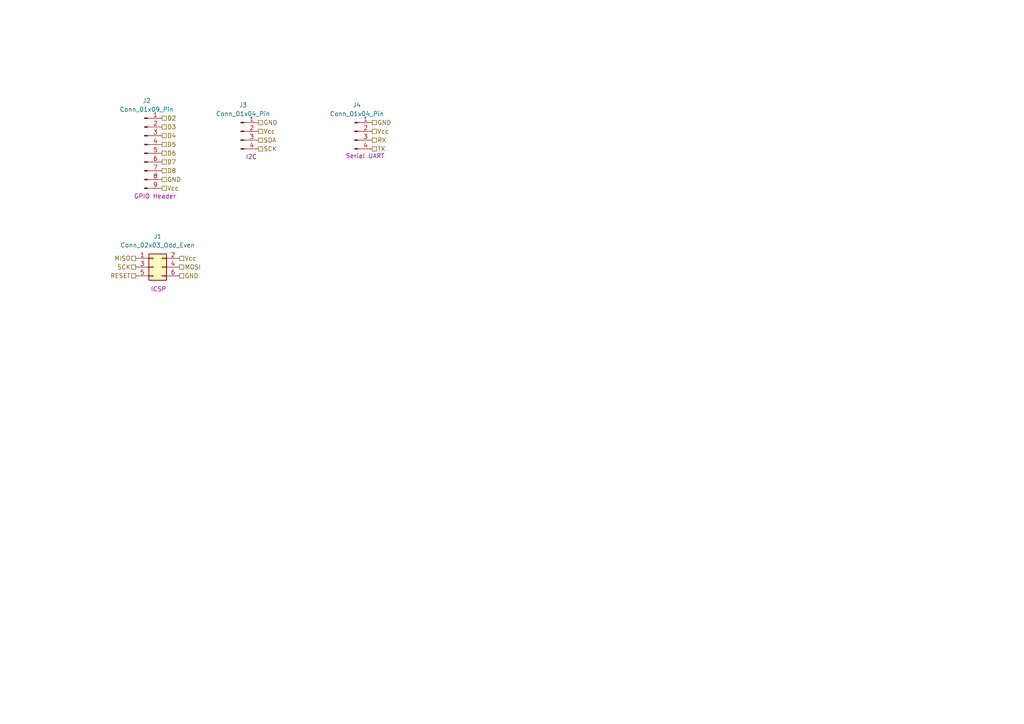
<source format=kicad_sch>
(kicad_sch (version 20250114) (generator "eeschema") (generator_version "9.0")
  (paper "A4")
  (lib_symbols
    (symbol "Connector:Conn_01x04_Pin" (pin_names (offset 1.016) (hide yes))
      (property "Reference" "J" (at 0 5.08 0))
      (property "Value" "Conn_01x04_Pin" (at 0 -7.62 0))
      (symbol "Conn_01x04_Pin_1_1"
        (rectangle (start 0.8636 2.667) (end 0 2.413) (stroke (width 0.1524)) (fill (type outline)))
        (rectangle (start 0.8636 0.127) (end 0 -0.127) (stroke (width 0.1524)) (fill (type outline)))
        (rectangle (start 0.8636 -2.413) (end 0 -2.667) (stroke (width 0.1524)) (fill (type outline)))
        (rectangle (start 0.8636 -4.953) (end 0 -5.207) (stroke (width 0.1524)) (fill (type outline)))
        (polyline (pts (xy 1.27 2.54) (xy 0.8636 2.54)) (stroke (width 0.1524)))
        (polyline (pts (xy 1.27 0) (xy 0.8636 0)) (stroke (width 0.1524)))
        (polyline (pts (xy 1.27 -2.54) (xy 0.8636 -2.54)) (stroke (width 0.1524)))
        (polyline (pts (xy 1.27 -5.08) (xy 0.8636 -5.08)) (stroke (width 0.1524)))
        (pin passive line (at 5.08 2.54 180) (length 3.81) (name "Pin_1") (number "1"))
        (pin passive line (at 5.08 0 180) (length 3.81) (name "Pin_2") (number "2"))
        (pin passive line (at 5.08 -2.54 180) (length 3.81) (name "Pin_3") (number "3"))
        (pin passive line (at 5.08 -5.08 180) (length 3.81) (name "Pin_4") (number "4"))
      )
    )
    (symbol "Connector:Conn_01x09_Pin" (pin_names (offset 1.016) (hide yes))
      (property "Reference" "J" (at 0 12.7 0))
      (property "Value" "Conn_01x09_Pin" (at 0 -12.7 0))
      (symbol "Conn_01x09_Pin_1_1"
        (rectangle (start 0.8636 10.287) (end 0 10.033) (stroke (width 0.1524)) (fill (type outline)))
        (rectangle (start 0.8636 7.747) (end 0 7.493) (stroke (width 0.1524)) (fill (type outline)))
        (rectangle (start 0.8636 5.207) (end 0 4.953) (stroke (width 0.1524)) (fill (type outline)))
        (rectangle (start 0.8636 2.667) (end 0 2.413) (stroke (width 0.1524)) (fill (type outline)))
        (rectangle (start 0.8636 0.127) (end 0 -0.127) (stroke (width 0.1524)) (fill (type outline)))
        (rectangle (start 0.8636 -2.413) (end 0 -2.667) (stroke (width 0.1524)) (fill (type outline)))
        (rectangle (start 0.8636 -4.953) (end 0 -5.207) (stroke (width 0.1524)) (fill (type outline)))
        (rectangle (start 0.8636 -7.493) (end 0 -7.747) (stroke (width 0.1524)) (fill (type outline)))
        (rectangle (start 0.8636 -10.033) (end 0 -10.287) (stroke (width 0.1524)) (fill (type outline)))
        (polyline (pts (xy 1.27 10.16) (xy 0.8636 10.16)) (stroke (width 0.1524)))
        (polyline (pts (xy 1.27 7.62) (xy 0.8636 7.62)) (stroke (width 0.1524)))
        (polyline (pts (xy 1.27 5.08) (xy 0.8636 5.08)) (stroke (width 0.1524)))
        (polyline (pts (xy 1.27 2.54) (xy 0.8636 2.54)) (stroke (width 0.1524)))
        (polyline (pts (xy 1.27 0) (xy 0.8636 0)) (stroke (width 0.1524)))
        (polyline (pts (xy 1.27 -2.54) (xy 0.8636 -2.54)) (stroke (width 0.1524)))
        (polyline (pts (xy 1.27 -5.08) (xy 0.8636 -5.08)) (stroke (width 0.1524)))
        (polyline (pts (xy 1.27 -7.62) (xy 0.8636 -7.62)) (stroke (width 0.1524)))
        (polyline (pts (xy 1.27 -10.16) (xy 0.8636 -10.16)) (stroke (width 0.1524)))
        (pin passive line (at 5.08 10.16 180) (length 3.81) (name "Pin_1") (number "1"))
        (pin passive line (at 5.08 7.62 180) (length 3.81) (name "Pin_2") (number "2"))
        (pin passive line (at 5.08 5.08 180) (length 3.81) (name "Pin_3") (number "3"))
        (pin passive line (at 5.08 2.54 180) (length 3.81) (name "Pin_4") (number "4"))
        (pin passive line (at 5.08 0 180) (length 3.81) (name "Pin_5") (number "5"))
        (pin passive line (at 5.08 -2.54 180) (length 3.81) (name "Pin_6") (number "6"))
        (pin passive line (at 5.08 -5.08 180) (length 3.81) (name "Pin_7") (number "7"))
        (pin passive line (at 5.08 -7.62 180) (length 3.81) (name "Pin_8") (number "8"))
        (pin passive line (at 5.08 -10.16 180) (length 3.81) (name "Pin_9") (number "9"))
      )
    )
    (symbol "Connector_Generic:Conn_02x03_Odd_Even" (pin_names (offset 1.016) (hide yes))
      (property "Reference" "J" (at 1.27 5.08 0))
      (property "Value" "Conn_02x03_Odd_Even" (at 1.27 -5.08 0))
      (symbol "Conn_02x03_Odd_Even_1_1"
        (rectangle (start -1.27 3.81) (end 3.81 -3.81) (stroke (width 0.254)) (fill (type background)))
        (rectangle (start -1.27 2.667) (end 0 2.413) (stroke (width 0.1524)))
        (rectangle (start -1.27 0.127) (end 0 -0.127) (stroke (width 0.1524)))
        (rectangle (start -1.27 -2.413) (end 0 -2.667) (stroke (width 0.1524)))
        (rectangle (start 3.81 2.667) (end 2.54 2.413) (stroke (width 0.1524)))
        (rectangle (start 3.81 0.127) (end 2.54 -0.127) (stroke (width 0.1524)))
        (rectangle (start 3.81 -2.413) (end 2.54 -2.667) (stroke (width 0.1524)))
        (pin passive line (at -5.08 2.54 0) (length 3.81) (name "Pin_1") (number "1"))
        (pin passive line (at -5.08 0 0) (length 3.81) (name "Pin_3") (number "3"))
        (pin passive line (at -5.08 -2.54 0) (length 3.81) (name "Pin_5") (number "5"))
        (pin passive line (at 7.62 2.54 180) (length 3.81) (name "Pin_2") (number "2"))
        (pin passive line (at 7.62 0 180) (length 3.81) (name "Pin_4") (number "4"))
        (pin passive line (at 7.62 -2.54 180) (length 3.81) (name "Pin_6") (number "6"))
      )
    )
  )
  (hierarchical_label "D4" (shape passive) (at 46.99 39.37 0))
  (hierarchical_label "Vcc" (shape passive) (at 74.93 38.1 0))
  (hierarchical_label "MOSI" (shape passive) (at 52.07 77.47 0))
  (hierarchical_label "SDA" (shape passive) (at 74.93 40.64 0))
  (hierarchical_label "D2" (shape passive) (at 46.99 34.29 0))
  (hierarchical_label "D6" (shape passive) (at 46.99 44.45 0))
  (hierarchical_label "D8" (shape passive) (at 46.99 49.53 0))
  (hierarchical_label "RESET" (shape passive) (at 39.37 80.01 180))
  (hierarchical_label "GND" (shape passive) (at 74.93 35.56 0))
  (hierarchical_label "MISO" (shape passive) (at 39.37 74.93 180))
  (hierarchical_label "D5" (shape passive) (at 46.99 41.91 0))
  (hierarchical_label "GND" (shape passive) (at 46.99 52.07 0))
  (hierarchical_label "D3" (shape passive) (at 46.99 36.83 0))
  (hierarchical_label "GND" (shape passive) (at 52.07 80.01 0))
  (hierarchical_label "SCK" (shape passive) (at 39.37 77.47 180))
  (hierarchical_label "GND" (shape passive) (at 107.95 35.56 0))
  (hierarchical_label "Vcc" (shape passive) (at 107.95 38.1 0))
  (hierarchical_label "Vcc" (shape passive) (at 46.99 54.61 0))
  (hierarchical_label "RX" (shape passive) (at 107.95 40.64 0))
  (hierarchical_label "TX" (shape passive) (at 107.95 43.18 0))
  (hierarchical_label "D7" (shape passive) (at 46.99 46.99 0))
  (hierarchical_label "Vcc" (shape passive) (at 52.07 74.93 0))
  (hierarchical_label "SCK" (shape passive) (at 74.93 43.18 0))
  (symbol (lib_id "Connector_Generic:Conn_02x03_Odd_Even") (at 44.45 77.47 0) (unit 1)
    (property "Reference" "J1" (at 45.72 68.58 0))
    (property "Value" "Conn_02x03_Odd_Even" (at 45.72 71.12 0))
    (property "Footprint" "Connector_PinHeader_2.54mm:PinHeader_2x03_P2.54mm_Vertical" (effects (hide yes)))
    (property "Description" "ICSP" (at 45.974 83.82 0))
  )
  (symbol (lib_id "Connector:Conn_01x04_Pin") (at 69.85 38.1 0) (unit 1)
    (property "Reference" "J3" (at 70.485 30.48 0))
    (property "Value" "Conn_01x04_Pin" (at 70.485 33.02 0))
    (property "Footprint" "Connector_PinHeader_2.54mm:PinHeader_1x04_P2.54mm_Vertical" (effects (hide yes)))
    (property "Description" "I2C" (at 72.898 45.466 0))
  )
  (symbol (lib_id "Connector:Conn_01x04_Pin") (at 102.87 38.1 0) (unit 1)
    (property "Reference" "J4" (at 103.505 30.48 0))
    (property "Value" "Conn_01x04_Pin" (at 103.505 33.02 0))
    (property "Footprint" "Connector_PinHeader_2.54mm:PinHeader_1x04_P2.54mm_Vertical" (effects (hide yes)))
    (property "Description" "Serial UART" (at 105.918 45.212 0))
  )
  (symbol (lib_id "Connector:Conn_01x09_Pin") (at 41.91 44.45 0) (unit 1)
    (property "Reference" "J2" (at 42.545 29.21 0))
    (property "Value" "Conn_01x09_Pin" (at 42.545 31.75 0))
    (property "Footprint" "Connector_PinHeader_2.54mm:PinHeader_1x09_P2.54mm_Vertical" (effects (hide yes)))
    (property "Description" "GPIO Header" (at 44.958 56.896 0))
  )
)
</source>
